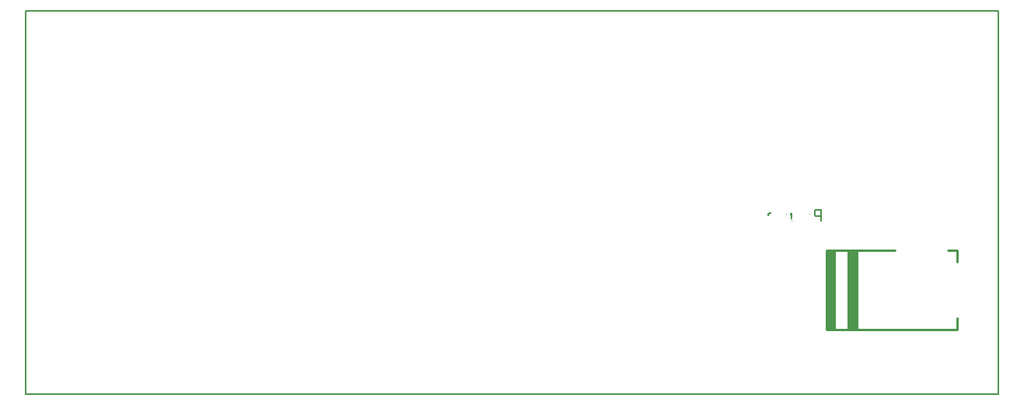
<source format=gbo>
G04 MADE WITH FRITZING*
G04 WWW.FRITZING.ORG*
G04 DOUBLE SIDED*
G04 HOLES PLATED*
G04 CONTOUR ON CENTER OF CONTOUR VECTOR*
%ASAXBY*%
%FSLAX23Y23*%
%MOIN*%
%OFA0B0*%
%SFA1.0B1.0*%
%ADD10R,4.181100X1.652560X4.165100X1.636560*%
%ADD11C,0.008000*%
%ADD12C,0.010000*%
%ADD13R,0.001000X0.001000*%
%LNSILK0*%
G90*
G70*
G54D11*
X4Y1649D02*
X4177Y1649D01*
X4177Y4D01*
X4Y4D01*
X4Y1649D01*
D02*
G54D12*
X3733Y623D02*
X3438Y623D01*
D02*
X3438Y623D02*
X3438Y283D01*
D02*
X3438Y283D02*
X3998Y283D01*
D02*
X3998Y283D02*
X3998Y333D01*
D02*
X3958Y623D02*
X3998Y623D01*
D02*
X3998Y623D02*
X3998Y573D01*
D02*
X3438Y623D02*
X3438Y283D01*
D02*
X3443Y623D02*
X3443Y283D01*
D02*
X3448Y623D02*
X3448Y283D01*
D02*
X3453Y623D02*
X3453Y283D01*
D02*
X3458Y623D02*
X3458Y283D01*
D02*
X3463Y623D02*
X3463Y283D01*
D02*
X3468Y623D02*
X3468Y283D01*
D02*
X3473Y623D02*
X3473Y283D01*
D02*
X3568Y623D02*
X3568Y283D01*
D02*
X3563Y623D02*
X3563Y283D01*
D02*
X3558Y623D02*
X3558Y283D01*
D02*
X3553Y623D02*
X3553Y283D01*
D02*
X3548Y623D02*
X3548Y283D01*
D02*
X3543Y623D02*
X3543Y283D01*
D02*
X3538Y623D02*
X3538Y283D01*
D02*
X3533Y623D02*
X3533Y283D01*
G54D13*
X3392Y798D02*
X3419Y798D01*
X3390Y797D02*
X3419Y797D01*
X3389Y796D02*
X3419Y796D01*
X3388Y795D02*
X3419Y795D01*
X3387Y794D02*
X3419Y794D01*
X3387Y793D02*
X3419Y793D01*
X3386Y792D02*
X3419Y792D01*
X3386Y791D02*
X3393Y791D01*
X3413Y791D02*
X3419Y791D01*
X3385Y790D02*
X3392Y790D01*
X3413Y790D02*
X3419Y790D01*
X3385Y789D02*
X3391Y789D01*
X3413Y789D02*
X3419Y789D01*
X3385Y788D02*
X3391Y788D01*
X3413Y788D02*
X3419Y788D01*
X3385Y787D02*
X3391Y787D01*
X3413Y787D02*
X3419Y787D01*
X3385Y786D02*
X3391Y786D01*
X3413Y786D02*
X3419Y786D01*
X3385Y785D02*
X3391Y785D01*
X3413Y785D02*
X3419Y785D01*
X3194Y784D02*
X3201Y784D01*
X3385Y784D02*
X3391Y784D01*
X3413Y784D02*
X3419Y784D01*
X3190Y783D02*
X3202Y783D01*
X3285Y783D02*
X3289Y783D01*
X3385Y783D02*
X3391Y783D01*
X3413Y783D02*
X3419Y783D01*
X3189Y782D02*
X3201Y782D01*
X3285Y782D02*
X3290Y782D01*
X3385Y782D02*
X3391Y782D01*
X3413Y782D02*
X3419Y782D01*
X3188Y781D02*
X3200Y781D01*
X3284Y781D02*
X3290Y781D01*
X3385Y781D02*
X3391Y781D01*
X3413Y781D02*
X3419Y781D01*
X3187Y780D02*
X3200Y780D01*
X3284Y780D02*
X3290Y780D01*
X3385Y780D02*
X3391Y780D01*
X3413Y780D02*
X3419Y780D01*
X3186Y779D02*
X3199Y779D01*
X3284Y779D02*
X3290Y779D01*
X3385Y779D02*
X3391Y779D01*
X3413Y779D02*
X3419Y779D01*
X3186Y778D02*
X3198Y778D01*
X3266Y778D02*
X3266Y778D01*
X3284Y778D02*
X3290Y778D01*
X3366Y778D02*
X3366Y778D01*
X3385Y778D02*
X3391Y778D01*
X3413Y778D02*
X3419Y778D01*
X3185Y777D02*
X3194Y777D01*
X3267Y777D02*
X3267Y777D01*
X3284Y777D02*
X3290Y777D01*
X3367Y777D02*
X3367Y777D01*
X3385Y777D02*
X3391Y777D01*
X3413Y777D02*
X3419Y777D01*
X3185Y776D02*
X3192Y776D01*
X3284Y776D02*
X3290Y776D01*
X3368Y776D02*
X3368Y776D01*
X3385Y776D02*
X3391Y776D01*
X3413Y776D02*
X3419Y776D01*
X3185Y775D02*
X3191Y775D01*
X3284Y775D02*
X3290Y775D01*
X3385Y775D02*
X3391Y775D01*
X3413Y775D02*
X3419Y775D01*
X3185Y774D02*
X3191Y774D01*
X3284Y774D02*
X3290Y774D01*
X3385Y774D02*
X3392Y774D01*
X3413Y774D02*
X3419Y774D01*
X3184Y773D02*
X3191Y773D01*
X3284Y773D02*
X3290Y773D01*
X3386Y773D02*
X3393Y773D01*
X3413Y773D02*
X3419Y773D01*
X3185Y772D02*
X3191Y772D01*
X3285Y772D02*
X3291Y772D01*
X3386Y772D02*
X3419Y772D01*
X3185Y771D02*
X3190Y771D01*
X3285Y771D02*
X3291Y771D01*
X3387Y771D02*
X3419Y771D01*
X3185Y770D02*
X3190Y770D01*
X3285Y770D02*
X3291Y770D01*
X3387Y770D02*
X3419Y770D01*
X3186Y769D02*
X3189Y769D01*
X3285Y769D02*
X3291Y769D01*
X3388Y769D02*
X3419Y769D01*
X3285Y768D02*
X3291Y768D01*
X3389Y768D02*
X3419Y768D01*
X3285Y767D02*
X3291Y767D01*
X3390Y767D02*
X3419Y767D01*
X3285Y766D02*
X3291Y766D01*
X3392Y766D02*
X3419Y766D01*
X3285Y765D02*
X3291Y765D01*
X3413Y765D02*
X3419Y765D01*
X3285Y764D02*
X3291Y764D01*
X3413Y764D02*
X3419Y764D01*
X3285Y763D02*
X3291Y763D01*
X3413Y763D02*
X3419Y763D01*
X3285Y762D02*
X3290Y762D01*
X3413Y762D02*
X3419Y762D01*
X3285Y761D02*
X3290Y761D01*
X3413Y761D02*
X3419Y761D01*
X3285Y760D02*
X3290Y760D01*
X3413Y760D02*
X3419Y760D01*
X3285Y759D02*
X3290Y759D01*
X3413Y759D02*
X3419Y759D01*
X3285Y758D02*
X3290Y758D01*
X3413Y758D02*
X3419Y758D01*
X3286Y757D02*
X3289Y757D01*
X3413Y757D02*
X3419Y757D01*
X3286Y756D02*
X3289Y756D01*
X3413Y756D02*
X3419Y756D01*
X3286Y755D02*
X3289Y755D01*
X3413Y755D02*
X3419Y755D01*
X3286Y754D02*
X3289Y754D01*
X3413Y754D02*
X3419Y754D01*
X3287Y753D02*
X3289Y753D01*
X3413Y753D02*
X3419Y753D01*
X3287Y752D02*
X3289Y752D01*
X3413Y752D02*
X3419Y752D01*
X3287Y751D02*
X3289Y751D01*
X3413Y751D02*
X3419Y751D01*
X3288Y750D02*
X3289Y750D01*
X3413Y750D02*
X3419Y750D01*
X3288Y749D02*
X3290Y749D01*
X3413Y749D02*
X3419Y749D01*
X3288Y748D02*
X3290Y748D01*
X3413Y748D02*
X3419Y748D01*
X3289Y747D02*
X3290Y747D01*
X3413Y747D02*
X3419Y747D01*
X3289Y746D02*
X3290Y746D01*
X3414Y746D02*
X3418Y746D01*
X3290Y745D02*
X3290Y745D01*
X3415Y745D02*
X3417Y745D01*
D02*
G04 End of Silk0*
M02*
</source>
